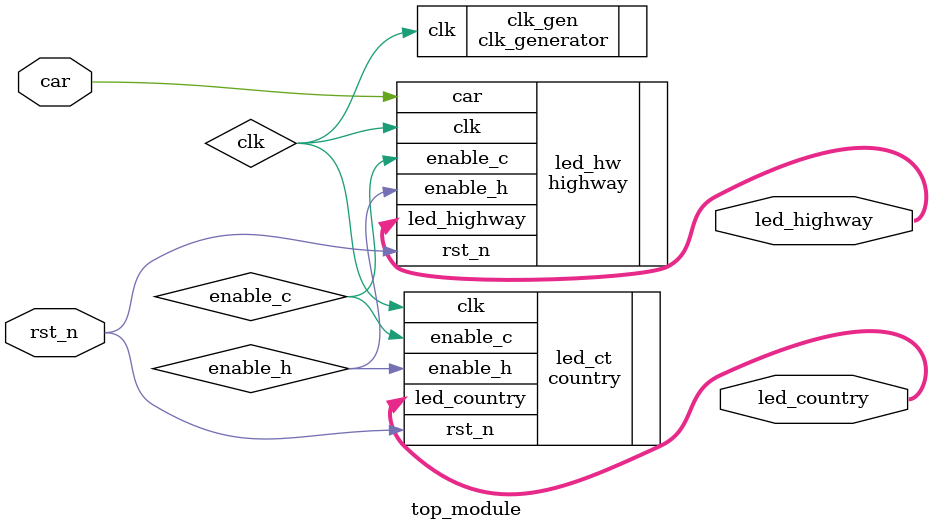
<source format=v>
module top_module (
    input car,
    input rst_n,
    output wire[2:0] led_highway,
    output wire[2:0] led_country
);
    wire clk;
    wire enable_h, enable_c;

    clk_generator clk_gen (
        .clk(clk)
    );

    highway #(10, 15) led_hw (
        .clk(clk),
        .rst_n(rst_n),
        .car(car),
        .enable_h(enable_h),
        .enable_c(enable_c),
        .led_highway(led_highway)
    );

    country #(10, 15) led_ct (
        .clk(clk),
        .rst_n(rst_n),
        .enable_c(enable_c),
        .enable_h(enable_h),
        .led_country(led_country)
    );
endmodule

</source>
